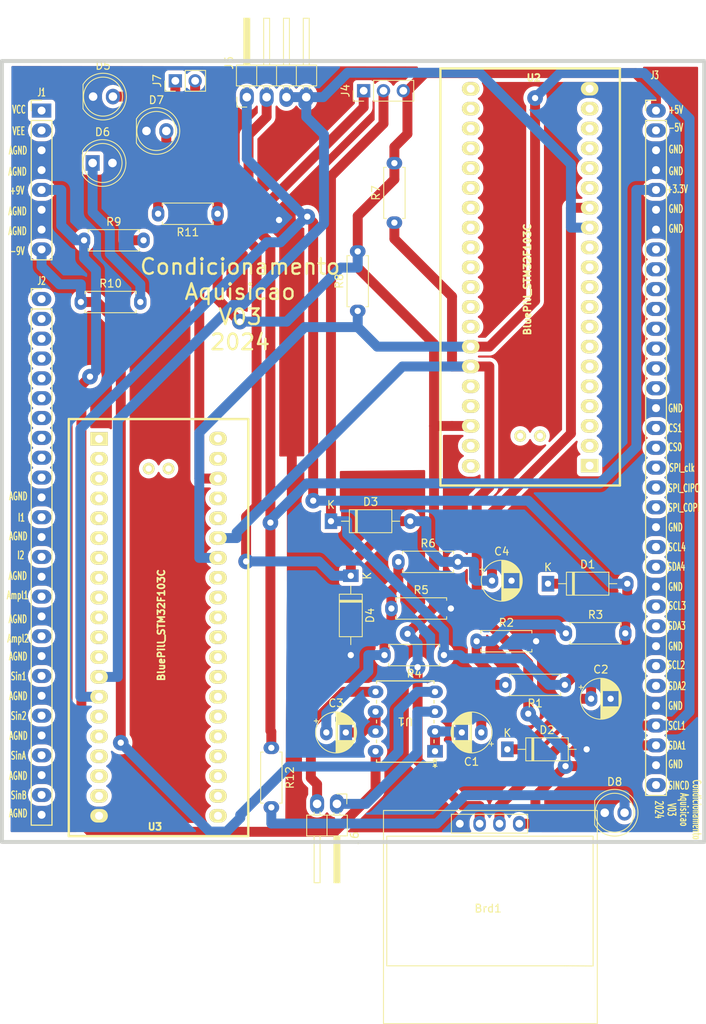
<source format=kicad_pcb>
(kicad_pcb (version 20221018) (generator pcbnew)
  (title_block (title "Condicionamento e aquisicao 2 canais ") (date "2023-04-12") (rev "v03") (company "EITduino") (comment 1 "Autor: Gustavo Pinheiro") (comment 2 "placa face dupla 90x100 mm") (comment 3 "Barramento v04"))
  (layers (0 "F.Cu" signal) (31 "B.Cu" signal) (34 "B.Paste" user) (35 "F.Paste" user) (36 "B.SilkS" user "B.Silkscreen") (37 "F.SilkS" user "F.Silkscreen") (38 "B.Mask" user) (39 "F.Mask" user) (44 "Edge.Cuts" user))
  (net 0 "")
  (net 1 "+9V")
  (net 2 "-9V")
  (net 3 "+5V")
  (net 4 "-5V")
  (net 5 "+3.3V")
  (net 20 "Ampl1")
  (net 21 "Ampl2")
  (net 22 "CS1")
  (net 23 "CS0")
  (net 24 "SCL4")
  (net 25 "SDA4")
  (net 26 "SINCD")
  (net 27 "Net-(J7-Pin_1)")
  (net 31 "Earth")
  (net 33 "I1")
  (net 34 "I2")
  (net 35 "Sin1")
  (net 36 "Sin2")
  (net 37 "SinA")
  (net 38 "SinB")
  (net 39 "SPI_COPI")
  (net 40 "SPI_CIPO")
  (net 41 "SPI_clk")
  (net 42 "SCL3")
  (net 43 "SDA3")
  (net 44 "SCL2")
  (net 45 "SDA2")
  (net 46 "SCL1")
  (net 47 "SDA1")
  (net 48 "nó1")
  (net 49 "nó2")
  (net 50 "Amp_E1")
  (net 51 "nó3")
  (net 52 "nó4")
  (net 53 "Amp_E2")
  (net 54 "Vref")
  (net 55 "VCC")
  (net 56 "VEE")
  (net 57 "AmpI1")
  (net 58 "E1")
  (net 59 "E2")
  (net 132 "Net-(D5-A)")
  (net 133 "Net-(D6-K)")
  (net 134 "Net-(D7-A)")
  (net 135 "Net-(D8-A)")
  (footprint "Capacitor_THT:CP_Radial_D5.0mm_P2.50mm" (layer "F.Cu") (at 148.647 121.019)
    (fp_text reference "C3")
    (fp_text value "1 uF")
  )
  (footprint "Connector_PinHeader_2.54mm:PinHeader_1x08_P2.54mm_Vertical" (layer "F.Cu") (at 112.158 41.39)
    (fp_text reference "J1")
    (fp_text value "alimentacao analogica" hide)
  )
  (footprint "Resistor_THT:R_Axial_DIN0207_L6.3mm_D2.5mm_P7.62mm_Horizontal" (layer "F.Cu") (at 141.6 122.99 -90)
    (fp_text reference "R12")
    (fp_text value "82")
  )
  (footprint "Resistor_THT:R_Axial_DIN0207_L6.3mm_D2.5mm_P7.62mm_Horizontal" (layer "F.Cu") (at 156.989 105.144)
    (fp_text reference "R5")
    (fp_text value "100k")
  )
  (footprint "Connector_PinHeader_2.54mm:PinHeader_1x02_P2.54mm_Horizontal" (layer "F.Cu") (at 150.004 130.163 -90)
    (fp_text reference "J6")
    (fp_text value "Eletrodos")
  )
  (footprint "LED_THT:LED_D5.0mm" (layer "F.Cu") (at 118.7 48.1)
    (fp_text reference "D6")
    (fp_text value "LED - Red")
  )
  (footprint "Connector_PinHeader_2.54mm:PinHeader_1x02_P2.54mm_Vertical" (layer "F.Cu") (at 129.298 37.58 90)
    (fp_text reference "J7")
    (fp_text value "alimetacao_Master")
  )
  (footprint "Connector_PinHeader_2.54mm:PinHeader_1x03_P2.54mm_Vertical" (layer "F.Cu") (at 153.433 38.85 90)
    (fp_text reference "J4")
    (fp_text value "Vref")
  )
  (footprint "Diode_THT:D_DO-41_SOD81_P10.16mm_Horizontal" (layer "F.Cu") (at 151.782 100.953 -90)
    (fp_text reference "D4")
    (fp_text value "1N5819")
  )
  (footprint "Capacitor_THT:CP_Radial_D5.0mm_P2.50mm" (layer "F.Cu") (at 169.8809 101.588)
    (fp_text reference "C4")
    (fp_text value "470 pF")
  )
  (footprint "OLED:128x64OLED" (layer "F.Cu") (at 169.372 143.303)
    (fp_text reference "Brd1")
    (fp_text value "SSD1306")
  )
  (footprint "Resistor_THT:R_Axial_DIN0207_L6.3mm_D2.5mm_P7.62mm_Horizontal" (layer "F.Cu") (at 179.214 114.923 180)
    (fp_text reference "R1")
    (fp_text value "100k")
  )
  (footprint "Capacitor_THT:CP_Radial_D5.0mm_P2.50mm" (layer "F.Cu") (at 168.506 121.019 180)
    (fp_text reference "C1")
    (fp_text value "1 uF")
  )
  (footprint "BluePill_STM32:BluePill_STM32F103C" (layer "F.Cu") (at 182.389 86.8052 180)
    (fp_text reference "U2")
    (fp_text value "BluePill_STM32F103C")
  )
  (footprint "Diode_THT:D_DO-41_SOD81_P10.16mm_Horizontal" (layer "F.Cu") (at 171.848 123.178)
    (fp_text reference "D2")
    (fp_text value "1N5819")
  )
  (footprint "Resistor_THT:R_Axial_DIN0207_L6.3mm_D2.5mm_P7.62mm_Horizontal" (layer "F.Cu") (at 179.341 108.319)
    (fp_text reference "R3")
    (fp_text value "220")
  )
  (footprint "LED_THT:LED_D5.0mm" (layer "F.Cu") (at 184.325 131.3)
    (fp_text reference "D8")
    (fp_text value "LED - Yelow")
  )
  (footprint "Resistor_THT:R_Axial_DIN0207_L6.3mm_D2.5mm_P7.62mm_Horizontal" (layer "F.Cu") (at 157.878 99.175)
    (fp_text reference "R6")
    (fp_text value "220")
  )
  (footprint "Capacitor_THT:CP_Radial_D5.0mm_P2.50mm" (layer "F.Cu") (at 182.5809 116.701)
    (fp_text reference "C2")
    (fp_text value "470 pF")
  )
  (footprint "AD828:AD828" (layer "F.Cu") (at 162.577 123.432 180)
    (fp_text reference "U1")
    (fp_text value "AD828AN")
  )
  (footprint "Resistor_THT:R_Axial_DIN0207_L6.3mm_D2.5mm_P7.62mm_Horizontal" (layer "F.Cu") (at 152.671 67.044 90)
    (fp_text reference "R8")
    (fp_text value "4k7")
  )
  (footprint "Resistor_THT:R_Axial_DIN0207_L6.3mm_D2.5mm_P7.62mm_Horizontal" (layer "F.Cu") (at 117.19 65.9)
    (fp_text reference "R10")
    (fp_text value "360")
  )
  (footprint "Resistor_THT:R_Axial_DIN0207_L6.3mm_D2.5mm_P7.62mm_Horizontal" (layer "F.Cu") (at 157.37 55.741 90)
    (fp_text reference "R7")
    (fp_text value "4k7")
  )
  (footprint "Resistor_THT:R_Axial_DIN0207_L6.3mm_D2.5mm_P7.62mm_Horizontal" (layer "F.Cu") (at 163.72 111.113 180)
    (fp_text reference "R4")
    (fp_text value "100k")
  )
  (footprint "Resistor_THT:R_Axial_DIN0207_L6.3mm_D2.5mm_P7.62mm_Horizontal" (layer "F.Cu") (at 117.6 58)
    (fp_text reference "R9")
    (fp_text value "390")
  )
  (footprint "Connector_PinHeader_2.54mm:PinHeader_1x35_P2.54mm_Vertical" (layer "F.Cu") (at 190.898 41.39)
    (fp_text reference "J3")
    (fp_text value "comunicacao / sinais digitais" hide)
  )
  (footprint "Resistor_THT:R_Axial_DIN0207_L6.3mm_D2.5mm_P7.62mm_Horizontal" (layer "F.Cu") (at 134.71 54.6 180)
    (fp_text reference "R11")
    (fp_text value "160")
  )
  (footprint "Connector_PinHeader_2.54mm:PinHeader_1x04_P2.54mm_Horizontal" (layer "F.Cu") (at 138.457 39.669 90)
    (fp_text reference "J5")
    (fp_text value "sinais_condicionados")
  )
  (footprint "BluePill_STM32:BluePill_STM32F103C" (layer "F.Cu") (at 119.524 83.4778)
    (fp_text reference "U3")
    (fp_text value "BluePill_STM32F103C")
  )
  (footprint "Resistor_THT:R_Axial_DIN0207_L6.3mm_D2.5mm_P7.62mm_Horizontal" (layer "F.Cu") (at 167.911 109.335)
    (fp_text reference "R2")
    (fp_text value "100k")
  )
  (footprint "Diode_THT:D_DO-41_SOD81_P10.16mm_Horizontal" (layer "F.Cu") (at 177.055 101.969)
    (fp_text reference "D1")
    (fp_text value "1N5819")
  )
  (footprint "LED_THT:LED_D5.0mm" (layer "F.Cu") (at 125.6 44)
    (fp_text reference "D7")
    (fp_text value "LED - Green")
  )
  (footprint "Diode_THT:D_DO-41_SOD81_P10.16mm_Horizontal" (layer "F.Cu") (at 149.242 93.968)
    (fp_text reference "D3")
    (fp_text value "1N5819")
  )
  (footprint "LED_THT:LED_D5.0mm" (layer "F.Cu") (at 118.76 39.6)
    (fp_text reference "D5")
    (fp_text value "LED - Blue")
  )
  (footprint "Connector_PinHeader_2.54mm:PinHeader_1x27_P2.54mm_Vertical" (layer "F.Cu") (at 112.158 65.52)
    (fp_text reference "J2")
    (fp_text value "sinais analogicos" hide)
  )
  (gr_line (start 197.07782 135.0398) (end 107.078 135.0398) (stroke (width 0.5)) (layer "Edge.Cuts"))
  (gr_line (start 197.078 135.04) (end 197.078 35.04) (stroke (width 0.5)) (layer "Edge.Cuts"))
  (gr_line (start 197.078 35.04) (end 107.078 35.04) (stroke (width 0.5)) (layer "Edge.Cuts"))
  (gr_line (start 107.078 35.04) (end 107.078 135.0398) (stroke (width 0.5)) (layer "Edge.Cuts"))
  (gr_text "SinA" (at 108.130955 123.982119) (layer "F.SilkS") (effects (font (size 1 0.6) (thickness 0.15) bold) (justify left)))
  (gr_text "+5V\n" (at 192.433818 41.866258) (layer "F.SilkS") (effects (font (size 1 0.6) (thickness 0.15) bold) (justify left bottom)))
  (gr_text "AGND" (at 107.792418 49.208158) (layer "F.SilkS") (effects (font (size 1 0.6) (thickness 0.15) bold) (justify left)))
  (gr_text "AGND" (at 107.892926 116.362118) (layer "F.SilkS") (effects (font (size 1 0.6) (thickness 0.15) bold) (justify left)))
  (gr_text "GND" (at 192.433818 46.946258) (layer "F.SilkS") (effects (font (size 1 0.6) (thickness 0.15) bold) (justify left bottom)))
  (gr_text "Ampl2" (at 107.668097 108.993588) (layer "F.SilkS") (effects (font (size 1 0.6) (thickness 0.15) bold) (justify left)))
  (gr_text "Sin1" (at 108.130955 113.822119) (layer "F.SilkS") (effects (font (size 1 0.6) (thickness 0.15) bold) (justify left)))
  (gr_text "GND" (at 192.3747 102.372966) (layer "F.SilkS") (effects (font (size 1 0.6) (thickness 0.15) bold) (justify left)))
  (gr_text "SPI_clk\n" (at 194.228 87.132966) (layer "F.SilkS") (effects (font (size 1 0.6) (thickness 0.15) bold)))
  (gr_text "Condicionamento\nAquisicao\nV03\n2024" (at 190.7 130.9 -90) (layer "F.SilkS") (effects (font (size 1 0.6) (thickness 0.15) bold) (justify bottom)))
  (gr_text "I2\n" (at 108.959993 98.91284) (layer "F.SilkS") (effects (font (size 1 0.6) (thickness 0.15) bold) (justify left bottom)))
  (gr_text "SCL4\n" (at 192.3747 97.292966) (layer "F.SilkS") (effects (font (size 1 0.6) (thickness 0.15) bold) (justify left)))
  (gr_text "SPI_CIPO\n" (at 194.478 89.74) (layer "F.SilkS") (effects (font (size 1 0.6) (thickness 0.15) bold)))
  (gr_text "AGND" (at 107.830029 101.55861) (layer "F.SilkS") (effects (font (size 1 0.6) (thickness 0.15) bold) (justify left bottom)))
  (gr_text "Ampl1" (at 107.601953 104.03277) (layer "F.SilkS") (effects (font (size 1 0.6) (thickness 0.15) bold) (justify left bottom)))
  (gr_text "SCL3" (at 192.401306 105.38851) (layer "F.SilkS") (effects (font (size 1 0.6) (thickness 0.15) bold) (justify left bottom)))
  (gr_text "SCL2" (at 192.2747 112.392966) (layer "F.SilkS") (effects (font (size 1 0.6) (thickness 0.15) bold) (justify left)))
  (gr_text "SDA1" (at 192.3747 122.692966) (layer "F.SilkS") (effects (font (size 1 0.6) (thickness 0.15) bold) (justify left)))
  (gr_text "SDA3" (at 192.337509 107.956321) (layer "F.SilkS") (effects (font (size 1 0.6) (thickness 0.15) bold) (justify left bottom)))
  (gr_text "Condicionamento\nAquisicao\nV03\n2024" (at 137.6 72.2) (layer "F.SilkS") (effects (font (size 2 2) (thickness 0.3)) (justify bottom)))
  (gr_text "GND" (at 192.3747 109.992966) (layer "F.SilkS") (effects (font (size 1 0.6) (thickness 0.15) bold) (justify left)))
  (gr_text "AGND" (at 107.886342 131.965608) (layer "F.SilkS") (effects (font (size 1 0.6) (thickness 0.15) bold) (justify left bottom)))
  (gr_text "AGND" (at 107.833457 106.513179) (layer "F.SilkS") (effects (font (size 1 0.6) (thickness 0.15) bold) (justify left)))
  (gr_text "CS1" (at 192.3747 82.052966) (layer "F.SilkS") (effects (font (size 1 0.6) (thickness 0.15) bold) (justify left)))
  (gr_text "-5V" (at 192.433818 44.152258) (layer "F.SilkS") (effects (font (size 1 0.6) (thickness 0.15) bold) (justify left bottom)))
  (gr_text "Sin2\n" (at 108.130955 118.902119) (layer "F.SilkS") (effects (font (size 1 0.6) (thickness 0.15) bold) (justify left)))
  (gr_text "AGND" (at 107.893048 91.359197) (layer "F.SilkS") (effects (font (size 1 0.6) (thickness 0.15) bold) (justify left bottom)))
  (gr_text "SDA4\n" (at 192.2747 99.792966) (layer "F.SilkS") (effects (font (size 1 0.6) (thickness 0.15) bold) (justify left)))
  (gr_text "GND" (at 192.3747 94.752966) (layer "F.SilkS") (effects (font (size 1 0.6) (thickness 0.15) bold) (justify left)))
  (gr_text "GND" (at 192.433818 54.566258) (layer "F.SilkS") (effects (font (size 1 0.6) (thickness 0.15) bold) (justify left bottom)))
  (gr_text "AGND" (at 107.792418 54.288158) (layer "F.SilkS") (effects (font (size 1 0.6) (thickness 0.15) bold) (justify left)))
  (gr_text "SPI_COPI\n" (at 194.478 92.24) (layer "F.SilkS") (effects (font (size 1 0.6) (thickness 0.15) bold)))
  (gr_text "SINCD" (at 192.37097 127.814095) (layer "F.SilkS") (effects (font (size 1 0.6) (thickness 0.15) bold) (justify left)))
  (gr_text "AGND" (at 107.886342 126.574851) (layer "F.SilkS") (effects (font (size 1 0.6) (thickness 0.15) bold) (justify left)))
  (gr_text "CS0" (at 192.3747 84.49) (layer "F.SilkS") (effects (font (size 1 0.6) (thickness 0.15) bold) (justify left)))
  (gr_text "VCC" (at 108.300418 41.842158) (layer "F.SilkS") (effects (font (size 1 0.6) (thickness 0.15) bold) (justify left bottom)))
  (gr_text "GND" (at 192.433818 49.740258) (layer "F.SilkS") (effects (font (size 1 0.6) (thickness 0.15) bold) (justify left bottom)))
  (gr_text "AGND" (at 107.792418 56.828158) (layer "F.SilkS") (effects (font (size 1 0.6) (thickness 0.15) bold) (justify left)))
  (gr_text "VEE\n" (at 108.333208 44.018606) (layer "F.SilkS") (effects (font (size 1 0.6) (thickness 0.15) bold) (justify left)))
  (gr_text "GND" (at 192.3747 79.512966) (layer "F.SilkS") (effects (font (size 1 0.6) (thickness 0.15) bold) (justify left)))
  (gr_text "SDA2" (at 192.3747 115.072966) (layer "F.SilkS") (effects (font (size 1 0.6) (thickness 0.15) bold) (justify left)))
  (gr_text "+9V\n" (at 108.00814 51.619378) (layer "F.SilkS") (effects (font (size 1 0.6) (thickness 0.15) bold) (justify left)))
  (gr_text "AGND" (at 107.879941 111.282119) (layer "F.SilkS") (effects (font (size 1 0.6) (thickness 0.15) bold) (justify left)))
  (gr_text "-9V" (at 108.046418 59.368158) (layer "F.SilkS") (effects (font (size 1 0.6) (thickness 0.15) bold) (justify left)))
  (gr_text "SCL1\n" (at 192.3747 120.152966) (layer "F.SilkS") (effects (font (size 1 0.6) (thickness 0.15) bold) (justify left)))
  (gr_text "SinB" (at 108.130955 129.062119) (layer "F.SilkS") (effects (font (size 1 0.6) (thickness 0.15) bold) (justify left)))
  (gr_text "AGND" (at 107.919415 121.448672) (layer "F.SilkS") (effects (font (size 1 0.6) (thickness 0.15) bold) (justify left)))
  (gr_text "GND" (at 192.433818 57.106258) (layer "F.SilkS") (effects (font (size 1 0.6) (thickness 0.15) bold) (justify left bottom)))
  (gr_text "I1" (at 109.043958 93.502271) (layer "F.SilkS") (effects (font (size 1 0.6) (thickness 0.15) bold) (justify left)))
  (gr_text "AGND" (at 107.851918 46.506501) (layer "F.SilkS") (effects (font (size 1 0.6) (thickness 0.15) bold) (justify left)))
  (gr_text "+3.3V" (at 192.179818 52.026258) (layer "F.SilkS") (effects (font (size 1 0.6) (thickness 0.15) bold) (justify left bottom)))
  (gr_text "GND" (at 192.3747 117.612966) (layer "F.SilkS") (effects (font (size 1 0.6) (thickness 0.15) bold) (justify left)))
  (gr_text "GND" (at 192.3858 125.675253) (layer "F.SilkS") (effects (font (size 1 0.6) (thickness 0.15) bold) (justify left bottom)))
  (gr_text "AGND" (at 107.893048 96.478762) (layer "F.SilkS") (effects (font (size 1 0.6) (thickness 0.15) bold) (justify left bottom)))
  (segment (start 154.957 128.4868) (end 154.957 123.432) (width 1.27) (layer "F.Cu") (net 1))
  (segment (start 118.3619 75.4589) (end 117.2618 76.559) (width 1.27) (layer "F.Cu") (net 1))
  (segment (start 117.2618 132.5859) (end 118.4133 133.7374) (width 1.27) (layer "F.Cu") (net 1))
  (segment (start 118.4133 133.7374) (end 149.7064 133.7374) (width 1.27) (layer "F.Cu") (net 1))
  (segment (start 149.7064 133.7374) (end 154.957 128.4868) (width 1.27) (layer "F.Cu") (net 1))
  (segment (start 117.2618 76.559) (end 117.2618 132.5859) (width 1.27) (layer "F.Cu") (net 1))
  (via (at 118.3619 75.4589) (size 2) (drill 0.8) (layers "F.Cu" "B.Cu") (net 1))
  (segment (start 119.1379 74.6829) (end 118.3619 75.4589) (width 1.27) (layer "B.Cu") (net 1))
  (segment (start 117.6 60.27) (end 119.1379 61.8079) (width 1.27) (layer "B.Cu") (net 1))
  (segment (start 117.0825 58) (end 117.6 58) (width 1.27) (layer "B.Cu") (net 1))
  (segment (start 112.158 51.55) (end 114.678 51.55) (width 1.27) (layer "B.Cu") (net 1))
  (segment (start 114.678 51.55) (end 114.678 56.113) (width 1.27) (layer "B.Cu") (net 1))
  (segment (start 114.678 56.113) (end 116.565 58) (width 1.27) (layer "B.Cu") (net 1))
  (segment (start 117.6 58) (end 117.6 60.27) (width 1.27) (layer "B.Cu") (net 1))
  (segment (start 119.1379 61.8079) (end 119.1379 74.6829) (width 1.27) (layer "B.Cu") (net 1))
  (segment (start 117.0825 58) (end 116.565 58) (width 1.27) (layer "B.Cu") (net 1))
  (segment (start 122.3046 68.9446) (end 122.3046 122.3317) (width 1.27) (layer "F.Cu") (net 2))
  (segment (start 117.19 65.9) (end 119.26 65.9) (width 1.27) (layer "F.Cu") (net 2))
  (segment (start 119.26 65.9) (end 122.3046 68.9446) (width 1.27) (layer "F.Cu") (net 2))
  (via (at 122.3046 122.3317) (size 2) (drill 0.8) (layers "F.Cu" "B.Cu") (net 2))
  (segment (start 114.448 63.63) (end 112.158 61.34) (width 1.27) (layer "B.Cu") (net 2))
  (segment (start 112.158 59.17) (end 112.158 61.34) (width 1.27) (layer "B.Cu") (net 2))
  (segment (start 117.19 65.9) (end 117.19 63.63) (width 1.27) (layer "B.Cu") (net 2))
  (segment (start 155.985 125.3803) (end 143.8132 125.3803) (width 1.27) (layer "B.Cu") (net 2))
  (segment (start 133.6829 133.71) (end 122.3046 122.3317) (width 1.27) (layer "B.Cu") (net 2))
  (segment (start 137.6185 131.575) (end 137.6185 131.9603) (width 1.27) (layer "B.Cu") (net 2))
  (segment (start 162.577 115.812) (end 160.307 115.812) (width 1.27) (layer "B.Cu") (net 2))
  (segment (start 135.8688 133.71) (end 133.6829 133.71) (width 1.27) (layer "B.Cu") (net 2))
  (segment (start 143.8132 125.3803) (end 137.6185 131.575) (width 1.27) (layer "B.Cu") (net 2))
  (segment (start 157.8916 118.2274) (end 157.8916 123.4737) (width 1.27) (layer "B.Cu") (net 2))
  (segment (start 137.6185 131.9603) (end 135.8688 133.71) (width 1.27) (layer "B.Cu") (net 2))
  (segment (start 157.8916 123.4737) (end 155.985 125.3803) (width 1.27) (layer "B.Cu") (net 2))
  (segment (start 160.307 115.812) (end 157.8916 118.2274) (width 1.27) (layer "B.Cu") (net 2))
  (segment (start 117.19 63.63) (end 114.448 63.63) (width 1.27) (layer "B.Cu") (net 2))
  (segment (start 161.3055 36.5875) (end 159.043 38.85) (width 1.27) (layer "F.Cu") (net 3))
  (segment (start 134.71 53.465) (end 134.71 54.6) (width 1.27) (layer "F.Cu") (net 3))
  (segment (start 162.45 104.9952) (end 159.0602 108.385) (width 1.27) (layer "F.Cu") (net 3))
  (segment (start 162.45 81.776) (end 162.45 104.9952) (width 1.27) (layer "F.Cu") (net 3))
  (segment (start 162.45 81.776) (end 164.754 81.776) (width 1.27) (layer "F.Cu") (net 3))
  (segment (start 159.043 38.85) (end 159.043 44.378) (width 1.27) (layer "F.Cu") (net 3))
  (segment (start 159.043 44.378) (end 157.37 46.051) (width 1.27) (layer "F.Cu") (net 3))
  (segment (start 190.898 41.39) (end 190.898 39.22) (width 1.27) (layer "F.Cu") (net 3))
  (segment (start 157.37 48.121) (end 157.37 50.191) (width 1.27) (layer "F.Cu") (net 3))
  (segment (start 152.671 54.89) (end 157.37 50.191) (width 1.27) (layer "F.Cu") (net 3))
  (segment (start 134.71 65.5514) (end 137.5704 68.4118) (width 1.27) (layer "F.Cu") (net 3))
  (segment (start 158.513 38.85) (end 159.043 38.85) (width 1.27) (layer "F.Cu") (net 3))
  (segment (start 168.292 132.703) (end 168.292 130.433) (width 1.27) (layer "F.Cu") (net 3))
  (segment (start 131.838 37.58) (end 131.838 39.7) (width 1.27) (layer "F.Cu") (net 3))
  (segment (start 152.671 61.494) (end 162.45 71.273) (width 1.27) (layer "F.Cu") (net 3))
  (segment (start 134.71 42.572) (end 131.838 39.7) (width 1.27) (layer "F.Cu") (net 3))
  (segment (start 160.3454 112.6589) (end 160.3454 124.6108) (width 1.27) (layer "F.Cu") (net 3))
  (segment (start 190.898 39.22) (end 188.2655 36.5875) (width 1.27) (layer "F.Cu") (net 3))
  (segment (start 152.671 59.424) (end 152.671 61.494) (width 1.27) (layer "F.Cu") (net 3))
  (segment (start 160.3454 124.6108) (end 166.1676 130.433) (width 1.27) (layer "F.Cu") (net 3))
  (segment (start 162.45 71.273) (end 162.45 81.776) (width 1.27) (layer "F.Cu") (net 3))
  (segment (start 157.37 48.121) (end 157.37 46.051) (width 1.27) (layer "F.Cu") (net 3))
  (segment (start 167.149 81.776) (end 164.754 81.776) (width 1.27) (layer "F.Cu") (net 3))
  (segment (start 188.2655 36.5875) (end 161.3055 36.5875) (width 1.27) (layer "F.Cu") (net 3))
  (segment (start 152.671 59.424) (end 152.671 54.89) (width 1.27) (layer "F.Cu") (net 3))
  (segment (start 134.71 54.6) (end 134.71 65.5514) (width 1.27) (layer "F.Cu") (net 3))
  (segment (start 134.71 53.465) (end 134.71 52.33) (width 1.27) (layer "F.Cu") (net 3))
  (segment (start 134.71 52.33) (end 134.71 42.572) (width 1.27) (layer "F.Cu") (net 3))
  (segment (start 166.1676 130.433) (end 168.292 130.433) (width 1.27) (layer "F.Cu") (net 3))
  (via (at 159.0602 108.385) (size 2) (drill 0.8) (layers "F.Cu" "B.Cu") (net 3))
  (via (at 160.3454 112.6589) (size 2) (drill 0.8) (layers "F.Cu" "B.Cu") (net 3))
  (via (at 137.5704 68.4118) (size 2) (drill 0.8) (layers "F.Cu" "B.Cu") (net 3))
  (segment (start 150.4768 61.494) (end 143.559 68.4118) (width 1.27) (layer "B.Cu") (net 3))
  (segment (start 160.3453 109.6701) (end 159.0602 108.385) (width 1.27) (layer "B.Cu") (net 3))
  (segment (start 152.671 59.424) (end 152.671 61.494) (width 1.27) (layer "B.Cu") (net 3))
  (segment (start 160.3454 112.6589) (end 160.3453 112.6589) (width 1.27) (layer "B.Cu") (net 3))
  (segment (start 160.3453 112.6589) (end 160.3453 109.6701) (width 1.27) (layer "B.Cu") (net 3))
  (segment (start 143.559 68.4118) (end 137.5704 68.4118) (width 1.27) (layer "B.Cu") (net 3))
  (segment (start 152.671 61.494) (end 150.4768 61.494) (width 1.27) (layer "B.Cu") (net 3))
  (segment (start 140.4501 53.9529) (end 140.4501 57.3338) (width 1.27) (layer "F.Cu") (net 5))
  (segment (start 153.433 40.97) (end 140.4501 53.9529) (width 1.27) (layer "F.Cu") (net 5))
  (segment (start 153.433 39.3421) (end 153.433 40.97) (width 1.27) (layer "F.Cu") (net 5))
  (segment (start 141.4809 94.149) (end 141.4809 120.8009) (width 1.27) (layer "F.Cu") (net 5))
  (segment (start 141.4809 120.8009) (end 141.6 120.92) (width 1.27) (layer "F.Cu") (net 5))
  (segment (start 141.6 122.99) (end 141.6 120.92) (width 1.27) (layer "F.Cu") (net 5))
  (segment (start 141.4809 58.3646) (end 141.4809 94.149) (width 1.27) (layer "F.Cu") (net 5))
  (segment (start 153.433 39.3421) (end 153.433 38.85) (width 1.27) (layer "F.Cu") (net 5))
  (segment (start 140.4501 57.3338) (end 141.4809 58.3646) (width 1.27) (layer "F.Cu") (net 5))
  (via (at 141.4809 94.149) (size 2) (drill 0.8) (layers "F.Cu" "B.Cu") (net 5))
  (segment (start 188.378 84.4634) (end 183.7157 89.1257) (width 1.27) (layer "B.Cu") (net 5))
  (segment (start 146.1576 89.1257) (end 141.4809 93.8024) (width 1.27) (layer "B.Cu") (net 5))
  (segment (start 183.7157 89.1257) (end 146.1576 89.1257) (width 1.27) (layer "B.Cu") (net 5))
  (segment (start 190.898 51.55) (end 188.378 51.55) (width 1.27) (layer "B.Cu") (net 5))
  (segment (start 188.378 51.55) (end 188.378 84.4634) (width 1.27) (layer "B.Cu") (net 5))
  (segment (start 141.4809 93.8024) (end 141.4809 94.149) (width 1.27) (layer "B.Cu") (net 5))
  (segment (start 132.369 88.507) (end 132.369 44.381) (width 1.27) (layer "F.Cu") (net 27))
  (segment (start 129.298 41.31) (end 129.298 37.58) (width 1.27) (layer "F.Cu") (net 27))
  (segment (start 134.764 88.507) (end 132.369 88.507) (width 1.27) (layer "F.Cu") (net 27))
  (segment (start 132.369 44.381) (end 129.298 41.31) (width 1.27) (layer "F.Cu") (net 27))
  (segment (start 193.2899 79.49) (end 193.2899 57.7619) (width 1.27) (layer "F.Cu") (net 31))
  (segment (start 112.158 90.92) (end 114.678 90.92) (width 1.27) (layer "F.Cu") (net 31))
  (segment (start 158.2085 113.2521) (end 158.2085 127.2295) (width 1.27) (layer "F.Cu") (net 31))
  (segment (start 116.64 46.47) (end 112.158 46.47) (width 1.27) (layer "F.Cu") (net 31))
  (segment (start 190.898 54.09) (end 190.898 56.26) (width 1.27) (layer "F.Cu") (net 31))
  (segment (start 151.782 111.113) (end 151.782 113.183) (width 1.27) (layer "F.Cu") (net 31))
  (segment (start 190.898 102.35) (end 192.9081 102.35) (width 1.27) (layer "F.Cu") (net 31))
  (segment (start 164.609 105.144) (end 164.609 107.414) (width 1.27) (layer "F.Cu") (net 31))
  (segment (start 119.5369 59.0023) (end 119.5369 56.9977) (width 1.27) (layer "F.Cu") (net 31))
  (segment (start 158.2085 111.7738) (end 158.2085 113.2521) (width 1.27) (layer "F.Cu") (net 31))
  (segment (start 164.609 107.414) (end 164.0047 107.414) (width 1.27) (layer "F.Cu") (net 31))
  (segment (start 144.2228 57.037) (end 144.2228 101.4838) (width 1.27) (layer "F.Cu") (net 31))
  (segment (start 193.2899 94.7235) (end 193.2834 94.73) (width 1.27) (layer "F.Cu") (net 31))
  (segment (start 192.9081 79.49) (end 193.2899 79.49) (width 1.27) (layer "F.Cu") (net 31))
  (segment (start 118.76 39.6) (end 118.76 41.87) (width 1.27) (layer "F.Cu") (net 31))
  (segment (start 112.158 46.47) (end 112.158 46.84) (width 1.27) (layer "F.Cu") (net 31))
  (segment (start 112.158 54.09) (end 112.158 56.26) (width 1.27) (layer "F.Cu") (net 31))
  (segment (start 119.5369 56.9977) (end 118.4023 55.8631) (width 1.27) (layer "F.Cu") (net 31))
  (segment (start 118.76 41.87) (end 118.76 44.35) (width 1.27) (layer "F.Cu") (net 31))
  (segment (start 192.158 56.63) (end 191.788 56.26) (width 1.27) (layer "F.Cu") (net 31))
  (segment (start 193.2849 102.35) (end 193.2849 109.8369) (width 1.27) (layer "F.Cu") (net 31))
  (segment (start 191.788 56.26) (end 190.898 56.26) (width 1.27) (layer "F.Cu") (net 31))
  (segment (start 151.782 113.183) (end 151.8511 113.2521) (width 1.27) (layer "F.Cu") (net 31))
  (segment (start 193.2834 94.73) (end 192.9081 94.73) (width 1.27) (layer "F.Cu") (net 31))
  (segment (start 112.158 56.63) (end 112.158 56.26) (width 1.27) (layer "F.Cu") (net 31))
  (segment (start 121.24 48.1) (end 121.24 45.83) (width 1.27) (layer "F.Cu") (net 31))
  (segment (start 190.898 56.63) (end 192.158 56.63) (width 1.27) (layer "F.Cu") (net 31))
  (segment (start 121.24 53.0254) (end 121.24 48.1) (width 1.27) (layer "F.Cu") (net 31))
  (segment (start 144.2228 101.4838) (end 151.782 109.043) (width 1.27) (layer "F.Cu") (net 31))
  (segment (start 184.558 129.03) (end 188.378 125.21) (width 1.27) (layer "F.Cu") (net 31))
  (segment (start 158.2085 127.2295) (end 163.682 132.703) (width 1.27) (layer "F.Cu") (net 31))
  (segment (start 193.2849 109.8369) (end 193.418 109.97) (width 1.27) (layer "F.Cu") (net 31))
  (segment (start 159.4603 110.522) (end 158.2085 111.7738) (width 1.27) (layer "F.Cu") (net 31))
  (segment (start 151.782 111.113) (end 151.782 109.043) (width 1.27) (layer "F.Cu") (net 31))
  (segment (start 160.8967 110.522) (end 159.4603 110.522) (width 1.27) (layer "F.Cu") (net 31))
  (segment (start 118.76 44.35) (end 120.24 45.83) (width 1.27) (layer "F.Cu") (net 31))
  (segment (start 114.678 63.8612) (end 119.5369 59.0023) (width 1.27) (layer "F.Cu") (net 31))
  (segment (start 184.325 131.3) (end 184.325 129.03) (width 1.27) (layer "F.Cu") (net 31))
  (segment (start 190.898 109.97) (end 193.418 109.97) (width 1.27) (layer "F.Cu") (net 31))
  (segment (start 190.898 79.49) (end 192.9081 79.49) (width 1.27) (layer "F.Cu") (net 31))
  (segment (start 193.2899 79.49) (end 193.2899 94.7235) (width 1.27) (layer "F.Cu") (net 31))
  (segment (start 115.4449 55.8631) (end 114.678 56.63) (width 1.27) (layer "F.Cu") (net 31))
  (segment (start 114.678 90.92) (end 114.678 63.8612) (width 1.27) (layer "F.Cu") (net 31))
  (segment (start 165.752 132.703) (end 163.682 132.703) (width 1.27) (layer "F.Cu") (net 31))
  (segment (start 118.76 44.35) (end 116.64 46.47) (width 1.27) (layer "F.Cu") (net 31))
  (segment (start 112.158 49.01) (end 112.158 46.84) (width 1.27) (layer "F.Cu") (net 31))
  (segment (start 142.587 55.4012) (end 144.2228 57.037) (width 1.27) (layer "F.Cu") (net 31))
  (segment (start 193.2834 94.73) (end 193.2849 94.7315) (width 1.27) (layer "F.Cu") (net 31))
  (segment (start 190.898 94.73) (end 192.9081 94.73) (width 1.27) (layer "F.Cu") (net 31))
  (segment (start 192.9081 102.35) (end 193.2849 102.35) (width 1.27) (layer "F.Cu") (net 31))
  (segment (start 184.325 129.03) (end 184.558 129.03) (width 1.27) (layer "F.Cu") (net 31))
  (segment (start 118.4023 55.8631) (end 115.4449 55.8631) (width 1.27) (layer "F.Cu") (net 31))
  (segment (start 164.0047 107.414) (end 160.8967 110.522) (width 1.27) (layer "F.Cu") (net 31))
  (segment (start 112.158 56.63) (end 114.678 56.63) (width 1.27) (layer "F.Cu") (net 31))
  (segment (start 172.3809 101.588) (end 172.3809 103.858) (width 1.27) (layer "F.Cu") (net 31))
  (segment (start 193.2849 94.7315) (end 193.2849 102.35) (width 1.27) (layer "F.Cu") (net 31))
  (segment (start 120.24 45.83) (end 121.24 45.83) (width 1.27) (layer "F.Cu") (net 31))
  (segment (start 175.531 107.0081) (end 175.531 109.335) (width 1.27) (layer "F.Cu") (net 31))
  (segment (start 193.2899 57.7619) (end 192.158 56.63) (width 1.27) (layer "F.Cu") (net 31))
  (segment (start 172.3809 103.858) (end 175.531 107.0081) (width 1.27) (layer "F.Cu") (net 31))
  (segment (start 118.4023 55.8631) (end 121.24 53.0254) (width 1.27) (layer "F.Cu") (net 31))
  (segment (start 190.898 125.21) (end 188.378 125.21) (width 1.27) (layer "F.Cu") (net 31))
  (segment (start 151.8511 113.2521) (end 158.2085 113.2521) (width 1.27) (layer "F.Cu") (net 31))
  (via (at 142.587 55.4012) (size 2) (drill 0.8) (layers "F.Cu" "B.Cu") (net 31))
  (segment (start 112.158 111.24) (end 114.678 111.24) (width 1.27) (layer "B.Cu") (net 31))
  (segment (start 185.0809 116.701) (end 185.0809 115.3908) (width 1.27) (layer "B.Cu") (net 31))
  (segment (start 134.9066 47.7208) (end 142.587 55.4012) (width 1.27) (layer "B.Cu") (net 31))
  (segment (start 190.898 54.09) (end 193.418 54.09) (width 1.27) (layer "B.Cu") (net 31))
  (segment (start 184.9349 115.2448) (end 184.9349 114.431) (width 1.27) (layer "B.Cu") (net 31))
  (segment (start 190.898 46.47) (end 190.898 48.64) (width 1.27) (layer "B.Cu") (net 31))
  (segment (start 193.418 54.09) (end 193.418 50.27) (width 1.27) (layer "B.Cu") (net 31))
  (segment (start 164.609 105.144) (end 171.0949 105.144) (width 1.27) (layer "B.Cu") (net 31))
  (segment (start 193.418 50.27) (end 192.158 49.01) (width 1.27) (layer "B.Cu") (net 31))
  (segment (start 114.678 131.56) (end 117.002 131.56) (width 1.27) (layer "B.Cu") (net 31))
  (segment (start 112.158 96) (end 114.678 96) (width 1.27) (layer "B.Cu") (net 31))
  (segment (start 184.9349 114.431) (end 182.4308 114.431) (width 1.27) (layer "B.Cu") (net 31))
  (segment (start 114.678 116.32) (end 114.678 121.4) (width 1.27) (layer "B.Cu") (net 31))
  (segment (start 172.3809 101.588) (end 172.3809 103.858) (width 1.27) (layer "B.Cu") (net 31))
  (segment (start 188.378 117.59) (end 185.9699 117.59) (width 1.27) (layer "B.Cu") (net 31))
  (segment (start 184.9349 114.431) (end 188.378 110.9879) (width 1.27) (layer "B.Cu") (net 31))
  (segment (start 119.524 131.687) (end 117.129 131.687) (width 1.27) (layer "B.Cu") (net 31))
  (segment (start 184.784 38.596) (end 184.784 42.876) (width 1.27) (layer "B.Cu") (net 31))
  (segment (start 182.008 123.178) (end 182.008 120.908) (width 1.27) (layer "B.Cu") (net 31))
  (segment (start 182.389 38.596) (end 184.784 38.596) (width 1.27) (layer "B.Cu") (net 31))
  (segment (start 190.898 117.59) (end 188.378 117.59) (width 1.27) (layer "B.Cu") (net 31))
  (segment (start 186.11 125.21) (end 184.078 123.178) (width 1.27) (layer "B.Cu") (net 31))
  (segment (start 114.678 126.48) (end 114.678 131.56) (width 1.27) (layer "B.Cu") (net 31))
  (segment (start 112.158 90.92) (end 114.678 90.92) (width 1.27) (layer "B.Cu") (net 31))
  (segment (start 171.0949 105.144) (end 172.3809 103.858) (width 1.27) (layer "B.Cu") (net 31))
  (segment (start 112.158 131.56) (end 114.678 131.56) (width 1.27) (layer "B.Cu") (net 31))
  (segment (start 112.158 106.16) (end 114.678 106.16) (width 1.27) (layer "B.Cu") (net 31))
  (segment (start 112.158 116.32) (end 114.678 116.32) (width 1.27) (layer "B.Cu") (net 31))
  (segment (start 185.648 117.268) (end 185.0809 116.701) (width 1.27) (layer "B.Cu") (net 31))
  (segment (start 117.002 131.56) (end 117.129 131.687) (width 1.27) (layer "B.Cu") (net 31))
  (segment (start 114.678 96) (end 114.678 101.08) (width 1.27) (layer "B.Cu") (net 31))
  (segment (start 185.0809 115.3908) (end 184.9349 115.2448) (width 1.27) (layer "B.Cu") (net 31))
  (segment (start 125.6 47.7208) (end 134.9066 47.7208) (width 1.27) (layer "B.Cu") (net 31))
  (segment (start 112.158 121.4) (end 114.678 121.4) (width 1.27) (layer "B.Cu") (net 31))
  (segment (start 114.678 111.24) (end 114.678 116.32) (width 1.27) (layer "B.Cu") (net 31))
  (segment (start 190.898 109.97) (end 188.378 109.97) (width 1.27) (layer "B.Cu") (net 31))
  (segment (start 114.678 106.16) (end 114.678 111.24) (width 1.27) (layer "B.Cu") (net 31))
  (segment (start 125.2208 48.1) (end 125.6 47.7208) (width 1.27) (layer "B.Cu") (net 31))
  (segment (start 112.158 101.08) (end 114.678 101.08) (width 1.27) (layer "B.Cu") (net 31))
  (segment (start 192.158 49.01) (end 191.788 48.64) (width 1.27) (layer "B.Cu") (net 31))
  (segment (start 184.784 42.876) (end 188.378 46.47) (width 1.27) (layer "B.Cu") (net 31))
  (segment (start 121.24 48.1) (end 125.2208 48.1) (width 1.27) (layer "B.Cu") (net 31))
  (segment (start 177.3348 109.335) (end 175.531 109.335) (width 1.27) (layer "B.Cu") (net 31))
  (segment (start 191.788 48.64) (end 190.898 48.64) (width 1.27) (layer "B.Cu") (net 31))
  (segment (start 190.898 49.01) (end 192.158 49.01) (width 1.27) (layer "B.Cu") (net 31))
  (segment (start 114.678 101.08) (end 114.678 106.16) (width 1.27) (layer "B.Cu") (net 31))
  (segment (start 114.678 121.4) (end 114.678 126.48) (width 1.27) (layer "B.Cu") (net 31))
  (segment (start 114.678 90.92) (end 114.678 96) (width 1.27) (layer "B.Cu") (net 31))
  (segment (start 185.9699 117.59) (end 185.648 117.268) (width 1.27) (layer "B.Cu") (net 31))
  (segment (start 182.4308 114.431) (end 177.3348 109.335) (width 1.27) (layer "B.Cu") (net 31))
  (segment (start 188.378 110.9879) (end 188.378 109.97) (width 1.27) (layer "B.Cu") (net 31))
  (segment (start 112.158 126.48) (end 114.678 126.48) (width 1.27) (layer "B.Cu") (net 31))
  (segment (start 182.008 123.178) (end 184.078 123.178) (width 1.27) (layer "B.Cu") (net 31))
  (segment (start 185.648 117.268) (end 182.008 120.908) (width 1.27) (layer "B.Cu") (net 31))
  (segment (start 190.898 125.21) (end 186.11 125.21) (width 1.27) (layer "B.Cu") (net 31))
  (segment (start 190.898 46.47) (end 188.378 46.47) (width 1.27) (layer "B.Cu") (net 31))
  (segment (start 125.6 47.7208) (end 125.6 44) (width 1.27) (layer "B.Cu") (net 31))
  (segment (start 175.3993 65.7607) (end 169.544 71.616) (width 1.27) (layer "F.Cu") (net 46))
  (segment (start 175.3993 39.7835) (end 175.3993 65.7607) (width 1.27) (layer "F.Cu") (net 46))
  (segment (start 181.135 120.13) (end 170.832 130.433) (width 1.27) (layer "F.Cu") (net 46))
  (segment (start 190.898 120.13) (end 181.135 120.13) (width 1.27) (layer "F.Cu") (net 46))
  (segment (start 170.832 132.703) (end 170.832 130.433) (width 1.27) (layer "F.Cu") (net 46))
  (segment (start 167.149 71.616) (end 169.544 71.616) (width 1.27) (layer "F.Cu") (net 46))
  (via (at 175.3993 39.7835) (size 2) (drill 0.8) (layers "F.Cu" "B.Cu") (net 46))
  (segment (start 190.898 120.13) (end 193.418 120.13) (width 1.27) (layer "B.Cu") (net 46))
  (segment (start 195.1899 118.3581) (end 195.1899 42.42) (width 1.27) (layer "B.Cu") (net 46))
  (segment (start 132.369 82.6153) (end 145.8703 69.114) (width 1.27) (layer "B.Cu") (net 46))
  (segment (start 189.3514 36.5815) (end 178.6013 36.5815) (width 1.27) (layer "B.Cu") (net 46))
  (segment (start 195.1899 42.42) (end 189.3514 36.5815) (width 1.27) (layer "B.Cu") (net 46))
  (segment (start 155.173 71.616) (end 152.671 69.114) (width 1.27) (layer "B.Cu") (net 46))
  (segment (start 132.369 98.667) (end 132.369 82.6153) (width 1.27) (layer "B.Cu") (net 46))
  (segment (start 145.8703 69.114) (end 152.671 69.114) (width 1.27) (layer "B.Cu") (net 46))
  (segment (start 134.764 98.667) (end 132.369 98.667) (width 1.27) (layer "B.Cu") (net 46))
  (segment (start 178.6013 36.5815) (end 175.3993 39.7835) (width 1.27) (layer "B.Cu") (net 46))
  (segment (start 167.149 71.616) (end 155.173 71.616) (width 1.27) (layer "B.Cu") (net 46))
  (segment (start 152.671 67.044) (end 152.671 69.114) (width 1.27) (layer "B.Cu") (net 46))
  (segment (start 193.418 120.13) (end 195.1899 118.3581) (width 1.27) (layer "B.Cu") (net 46))
  (segment (start 169.544 89.5826) (end 169.544 74.156) (width 1.27) (layer "F.Cu") (net 47))
  (segment (start 167.9177 105.5156) (end 167.9177 91.2089) (width 1.27) (layer "F.Cu") (net 47))
  (segment (start 167.9177 91.2089) (end 169.544 89.5826) (width 1.27) (layer "F.Cu") (net 47))
  (segment (start 164.754 65.195) (end 157.37 57.811) (width 1.27) (layer "F.Cu") (net 47))
  (segment (start 174.5214 118.6202) (end 174.5214 112.1193) (width 1.27) (layer "F.Cu") (net 47))
  (segment (start 167.149 74.156) (end 164.754 74.156) (width 1.27) (layer "F.Cu") (net 47))
  (segment (start 179.3005 125.3302) (end 175.442 129.1887) (width 1.27) (layer "F.Cu") (net 47))
  (segment (start 188.378 122.67) (end 185.7178 125.3302) (width 1.27) (layer "F.Cu") (net 47))
  (segment (start 190.898 122.67) (end 188.378 122.67) (width 1.27) (layer "F.Cu") (net 47))
  (segment (start 157.37 55.741) (end 157.37 57.811) (width 1.27) (layer "F.Cu") (net 47))
  (segment (start 164.754 74.156) (end 164.754 65.195) (width 1.27) (layer "F.Cu") (net 47))
  (segment (start 167.149 74.156) (end 169.544 74.156) (width 1.27) (layer "F.Cu") (net 47))
  (segment (start 185.7178 125.3302) (end 179.3005 125.3302) (width 1.27) (layer "F.Cu") (net 47))
  (segment (start 173.372 132.703) (end 175.442 132.703) (width 1.27) (layer "F.Cu") (net 47))
  (segment (start 174.5214 112.1193) (end 167.9177 105.5156) (width 1.27) (layer "F.Cu") (net 47))
  (segment (start 175.442 129.1887) (end 175.442 132.703) (width 1.27) (layer "F.Cu") (net 47))
  (via (at 179.3005 125.3302) (size 2) (drill 0.8) (layers "F.Cu" "B.Cu") (net 47))
  (via (at 174.5214 118.6202) (size 2) (drill 0.8) (layers "F.Cu" "B.Cu") (net 47))
  (segment (start 134.764 96.127) (end 137.159 96.127) (width 1.27) (layer "B.Cu") (net 47))
  (segment (start 137.159 95.4019) (end 137.159 96.127) (width 1.27) (layer "B.Cu") (net 47))
  (segment (start 167.149 74.156) (end 164.754 74.156) (width 1.27) (layer "B.Cu") (net 47))
  (segment (start 164.754 74.156) (end 158.4049 74.156) (width 1.27) (layer "B.Cu") (net 47))
  (segment (start 179.3005 123.3993) (end 179.3005 125.3302) (width 1.27) (layer "B.Cu") (net 47))
  (segment (start 158.4049 74.156) (end 137.159 95.4019) (width 1.27) (layer "B.Cu") (net 47))
  (segment (start 174.5214 118.6202) (end 179.3005 123.3993) (width 1.27) (layer "B.Cu") (net 47))
  (segment (start 162.577 120.892) (end 162.577 123.432) (width 1.27) (layer "F.Cu") (net 48))
  (segment (start 164.974 121.019) (end 166.006 121.019) (width 1.27) (layer "B.Cu") (net 48))
  (segment (start 164.847 120.892) (end 164.974 121.019) (width 1.27) (layer "B.Cu") (net 48))
  (segment (start 162.577 120.892) (end 164.847 120.892) (width 1.27) (layer "B.Cu") (net 48))
  (segment (start 168.506 116.3296) (end 168.506 121.019) (width 1.27) (layer "F.Cu") (net 49))
  (segment (start 169.9126 114.923) (end 168.506 116.3296) (width 1.27) (layer "F.Cu") (net 49))
  (segment (start 170.161 114.923) (end 169.9126 114.923) (width 1.27) (layer "F.Cu") (net 49))
  (segment (start 171.594 114.923) (end 170.161 114.923) (width 1.27) (layer "F.Cu") (net 49))
  (segment (start 169.9126 114.923) (end 169.524 114.923) (width 1.27) (layer "F.Cu") (net 49))
  (segment (start 169.524 113.218) (end 169.524 114.923) (width 1.27) (layer "F.Cu") (net 49))
  (segment (start 167.911 111.605) (end 169.524 113.218) (width 1.27) (layer "F.Cu") (net 49))
  (segment (start 167.911 109.335) (end 167.911 111.605) (width 1.27) (layer "F.Cu") (net 49))
  (segment (start 167.911 109.335) (end 169.981 109.335) (width 1.27) (layer "B.Cu") (net 49))
  (segment (start 172.1211 107.1949) (end 169.981 109.335) (width 1.27) (layer "B.Cu") (net 49))
  (segment (start 179.341 108.319) (end 178.2169 107.1949) (width 1.27) (layer "B.Cu") (net 49))
  (segment (start 178.2169 107.1949) (end 172.1211 107.1949) (width 1.27) (layer "B.Cu") (net 49))
  (segment (start 182.5809 116.701) (end 182.5809 114.431) (width 1.27) (layer "F.Cu") (net 50))
  (segment (start 186.961 108.319) (end 186.961 110.589) (width 1.27) (layer "F.Cu") (net 50))
  (segment (start 187.215 101.969) (end 187.215 104.239) (width 1.27) (layer "F.Cu") (net 50))
  (segment (start 174.0339 123.178) (end 171.848 123.178) (width 1.27) (layer "F.Cu") (net 50))
  (segment (start 186.961 104.493) (end 186.961 108.319) (width 1.27) (layer "F.Cu") (net 50))
  (segment (start 146.9647 91.3407) (end 146.9647 55.7265) (width 1.27) (layer "F.Cu") (net 50))
  (segment (start 183.119 114.431) (end 182.5809 114.431) (width 1.27) (layer "F.Cu") (net 50))
  (segment (start 186.961 110.589) (end 183.119 114.431) (width 1.27) (layer "F.Cu") (net 50))
  (segment (start 180.5109 116.701) (end 174.0339 123.178) (width 1.27) (layer "F.Cu") (net 50))
  (segment (start 187.215 104.239) (end 186.961 104.493) (width 1.27) (layer "F.Cu") (net 50))
  (segment (start 182.5809 116.701) (end 180.5109 116.701) (width 1.27) (layer "F.Cu") (net 50))
  (segment (start 146.9647 55.7265) (end 146.2117 54.9735) (width 1.27) (layer "F.Cu") (net 50))
  (via (at 146.9647 91.3407) (size 2) (drill 0.8) (layers "F.Cu" "B.Cu") (net 50))
  (via (at 146.2117 54.9735) (size 2) (drill 0.8) (layers "F.Cu" "B.Cu") (net 50))
  (segment (start 119.524 116.447) (end 117.129 116.447) (width 1.27) (layer "B.Cu") (net 50))
  (segment (start 145.9522 55.0664) (end 138.457 47.5712) (width 1.27) (layer "B.Cu") (net 50))
  (segment (start 145.9522 55.0664) (end 146.1188 55.0664) (width 1.27) (layer "B.Cu") (net 50))
  (segment (start 117.129 116.447) (end 117.129 82.1486) (width 1.27) (layer "B.Cu") (net 50))
  (segment (start 142.7662 58.2524) (end 145.9522 55.0664) (width 1.27) (layer "B.Cu") (net 50))
  (segment (start 138.457 47.5712) (end 138.457 39.669) (width 1.27) (layer "B.Cu") (net 50))
  (segment (start 117.129 82.1486) (end 141.0252 58.2524) (width 1.27) (layer "B.Cu") (net 50))
  (segment (start 141.0252 58.2524) (end 142.7662 58.2524) (width 1.27) (layer "B.Cu") (net 50))
  (segment (start 146.9647 91.3407) (end 174.5167 91.3407) (width 1.27) (layer "B.Cu") (net 50))
  (segment (start 146.1188 55.0664) (end 146.2117 54.9735) (width 1.27) (layer "B.Cu") (net 50))
  (segment (start 174.5167 91.3407) (end 185.145 101.969) (width 1.27) (layer "B.Cu") (net 50))
  (segment (start 187.215 101.969) (end 185.145 101.969) (width 1.27) (layer "B.Cu") (net 50))
  (segment (start 154.957 119.387) (end 154.957 120.422) (width 1.27) (layer "F.Cu") (net 51))
  (segment (start 154.957 118.352) (end 154.957 119.387) (width 1.27) (layer "F.Cu") (net 51))
  (segment (start 154.957 120.892) (end 154.957 120.422) (width 1.27) (layer "F.Cu") (net 51))
  (segment (start 151.147 121.019) (end 153.217 121.019) (width 1.27) (layer "F.Cu") (net 51))
  (segment (start 154.957 119.387) (end 154.849 119.387) (width 1.27) (layer "F.Cu") (net 51))
  (segment (start 154.849 119.387) (end 153.217 121.019) (width 1.27) (layer "F.Cu") (net 51))
  (segment (start 157.878 101.985) (end 156.989 102.874) (width 1.27) (layer "F.Cu") (net 52))
  (segment (start 157.878 99.175) (end 157.878 101.985) (width 1.27) (layer "F.Cu") (net 52))
  (segment (start 156.1 111.113) (end 156.1 108.843) (width 1.27) (layer "F.Cu") (net 52))
  (segment (start 156.989 107.414) (end 156.1 108.303) (width 1.27) (layer "F.Cu") (net 52))
  (segment (start 156.989 105.144) (end 156.989 102.874) (width 1.27) (layer "F.Cu") (net 52))
  (segment (start 156.1 108.303) (end 156.1 108.843) (width 1.27) (layer "F.Cu") (net 52))
  (segment (start 156.989 105.144) (end 156.989 107.414) (width 1.27) (layer "F.Cu") (net 52))
  (segment (start 148.647 118.566) (end 148.647 121.019) (width 1.27) (layer "B.Cu") (net 52))
  (segment (start 156.1 111.113) (end 154.03 111.113) (width 1.27) (layer "B.Cu") (net 52))
  (segment (start 154.03 111.113) (end 154.03 113.183) (width 1.27) (layer "B.Cu") (net 52))
  (segment (start 154.03 113.183) (end 148.647 118.566) (width 1.27) (layer "B.Cu") (net 52))
  (segment (start 159.402 93.968) (end 157.332 93.968) (width 1.27) (layer "F.Cu") (net 53))
  (segment (start 152.417 98.883) (end 157.332 93.968) (width 1.27) (layer "F.Cu") (net 53))
  (segment (start 182.389 53.836) (end 179.994 53.836) (width 1.27) (layer "F.Cu") (net 53))
  (segment (start 151.782 98.883) (end 152.417 98.883) (width 1.27) (layer "F.Cu") (net 53))
  (segment (start 138.6782 44.5078) (end 138.6782 58.0677) (width 1.27) (layer "F.Cu") (net 53))
  (segment (start 169.8809 101.588) (end 169.8809 92.8538) (width 1.27) (layer "F.Cu") (net 53))
  (segment (start 138.3675 93.3951) (end 138.3675 99.116) (width 1.27) (layer "F.Cu") (net 53))
  (segment (start 139.709 92.0536) (end 138.3675 93.3951) (width 1.27) (layer "F.Cu") (net 53))
  (segment (start 140.997 39.669) (end 140.997 42.189) (width 1.27) (layer "F.Cu") (net 53))
  (segment (start 169.8809 92.8538) (end 179.994 82.7407) (width 1.27) (layer "F.Cu") (net 53))
  (segment (start 139.709 59.0985) (end 139.709 92.0536) (width 1.27) (layer "F.Cu") (net 53))
  (segment (start 138.6782 58.0677) (end 139.709 59.0985) (width 1.27) (layer "F.Cu") (net 53))
  (segment (start 140.997 42.189) (end 138.6782 44.5078) (width 1.27) (layer "F.Cu") (net 53))
  (segment (start 179.994 82.7407) (end 179.994 53.836) (width 1.27) (layer "F.Cu") (net 53))
  (segment (start 151.782 100.953) (end 151.782 98.883) (width 1.27) (layer "F.Cu") (net 53))
  (via (at 138.3675 99.116) (size 2) (drill 0.8) (layers "F.Cu" "B.Cu") (net 53))
  (segment (start 165.498 99.175) (end 163.428 99.175) (width 1.27) (layer "B.Cu") (net 53))
  (segment (start 167.568 99.175) (end 167.568 101.3451) (width 1.27) (layer "B.Cu") (net 53))
  (segment (start 161.472 93.968) (end 161.472 97.219) (width 1.27) (layer "B.Cu") (net 53))
  (segment (start 169.8809 101.588) (end 167.8109 101.588) (width 1.27) (layer "B.Cu") (net 53))
  (segment (start 138.3675 99.116) (end 147.675 99.116) (width 1.27) (layer "B.Cu") (net 53))
  (segment (start 165.498 99.175) (end 167.568 99.175) (width 1.27) (layer "B.Cu") (net 53))
  (segment (start 151.782 100.953) (end 149.512 100.953) (width 1.27) (layer "B.Cu") (net 53))
  (segment (start 161.472 97.219) (end 163.428 99.175) (width 1.27) (layer "B.Cu") (net 53))
  (segment (start 147.675 99.116) (end 149.512 100.953) (width 1.27) (layer "B.Cu") (net 53))
  (segment (start 167.568 101.3451) (end 167.8109 101.588) (width 1.27) (layer "B.Cu") (net 53))
  (segment (start 159.402 93.968) (end 161.472 93.968) (width 1.27) (layer "B.Cu") (net 53))
  (segment (start 179.214 114.923) (end 181.3285 112.8085) (width 1.27) (layer "F.Cu") (net 54))
  (segment (start 155.973 43.0648) (end 155.973 38.85) (width 1.27) (layer "F.Cu") (net 54))
  (segment (start 149.242 91.698) (end 149.242 49.7958) (width 1.27) (layer "F.Cu") (net 54))
  (segment (start 149.242 49.7958) (end 155.973 43.0648) (width 1.27) (layer "F.Cu") (net 54))
  (segment (start 149.242 93.968) (end 149.242 91.698) (width 1.27) (layer "F.Cu") (net 54))
  (segment (start 177.055 101.969) (end 179.125 101.969) (width 1.27) (layer "F.Cu") (net 54))
  (segment (start 181.3285 112.8085) (end 181.3285 104.1725) (width 1.27) (layer "F.Cu") (net 54))
  (segment (start 181.3285 104.1725) (end 179.125 101.969) (width 1.27) (layer "F.Cu") (net 54))
  (segment (start 173.7503 111.5293) (end 177.144 114.923) (width 1.27) (layer "B.Cu") (net 54))
  (segment (start 179.214 114.923) (end 177.144 114.923) (width 1.27) (layer "B.Cu") (net 54))
  (segment (start 166.2063 111.5293) (end 173.7503 111.5293) (width 1.27) (layer "B.Cu") (net 54))
  (segment (start 163.72 107.9945) (end 151.312 95.5865) (width 1.27) (layer "B.Cu") (net 54))
  (segment (start 163.72 111.113) (end 163.72 107.9945) (width 1.27) (layer "B.Cu") (net 54))
  (segment (start 151.312 95.5865) (end 151.312 93.968) (width 1.27) (layer "B.Cu") (net 54))
  (segment (start 163.72 111.113) (end 165.79 111.113) (width 1.27) (layer "B.Cu") (net 54))
  (segment (start 165.79 111.113) (end 166.2063 111.5293) (width 1.27) (layer "B.Cu") (net 54))
  (segment (start 149.242 93.968) (end 151.312 93.968) (width 1.27) (layer "B.Cu") (net 54))
  (segment (start 145.707 40.559) (end 145.707 39.669) (width 1.27) (layer "B.Cu") (net 57))
  (segment (start 179.994 48.2638) (end 179.994 56.376) (width 1.27) (layer "B.Cu") (net 57))
  (segment (start 148.3486 55.8608) (end 137.9345 66.2749) (width 1.27) (layer "B.Cu") (net 57))
  (segment (start 146.077 39.669) (end 148.247 39.669) (width 1.27) (layer "B.Cu") (net 57))
  (segment (start 146.077 42.189) (end 148.3486 44.4606) (width 1.27) (layer "B.Cu") (net 57))
  (segment (start 148.3486 44.4606) (end 148.3486 55.8608) (width 1.27) (layer "B.Cu") (net 57))
  (segment (start 168.2757 36.5455) (end 179.994 48.2638) (width 1.27) (layer "B.Cu") (net 57))
  (segment (start 146.077 40.929) (end 145.707 40.559) (width 1.27) (layer "B.Cu") (net 57))
  (segment (start 182.389 56.376) (end 179.994 56.376) (width 1.27) (layer "B.Cu") (net 57))
  (segment (start 136.6853 66.2749) (end 121.919 81.0412) (width 1.27) (layer "B.Cu") (net 57))
  (segment (start 146.077 40.929) (end 146.077 42.189) (width 1.27) (layer "B.Cu") (net 57))
  (segment (start 148.247 39.669) (end 151.3705 36.5455) (width 1.27) (layer "B.Cu") (net 57))
  (segment (start 121.919 81.0412) (end 121.919 113.907) (width 1.27) (layer "B.Cu") (net 57))
  (segment (start 119.524 113.907) (end 121.919 113.907) (width 1.27) (layer "B.Cu") (net 57))
  (segment (start 151.3705 36.5455) (end 168.2757 36.5455) (width 1.27) (layer "B.Cu") (net 57))
  (segment (start 146.077 39.669) (end 146.077 40.929) (width 1.27) (layer "B.Cu") (net 57))
  (segment (start 137.9345 66.2749) (end 136.6853 66.2749) (width 1.27) (layer "B.Cu") (net 57))
  (segment (start 143.537 39.669) (end 145.707 39.669) (width 1.27) (layer "B.Cu") (net 57))
  (segment (start 153.7334 130.163) (end 150.004 130.163) (width 1.27) (layer "B.Cu") (net 58))
  (segment (start 160.307 123.5894) (end 153.7334 130.163) (width 1.27) (layer "B.Cu") (net 58))
  (segment (start 160.307 118.352) (end 160.307 123.5894) (width 1.27) (layer "B.Cu") (net 58))
  (segment (start 162.577 118.352) (end 160.307 118.352) (width 1.27) (layer "B.Cu") (net 58))
  (segment (start 146.6642 120.0285) (end 146.6642 126.8432) (width 1.27) (layer "F.Cu") (net 59))
  (segment (start 147.464 130.163) (end 147.464 127.643) (width 1.27) (layer "F.Cu") (net 59))
  (segment (start 154.957 115.812) (end 150.8807 115.812) (width 1.27) (layer "F.Cu") (net 59))
  (segment (start 146.6642 126.8432) (end 147.464 127.643) (width 1.27) (layer "F.Cu") (net 59))
  (segment (start 150.8807 115.812) (end 146.6642 120.0285) (width 1.27) (layer "F.Cu") (net 59))
  (segment (start 123.47 39.6) (end 123.47 56.6225) (width 1.27) (layer "F.Cu") (net 132))
  (segment (start 123.47 56.6225) (end 123.15 56.9425) (width 1.27) (layer "F.Cu") (net 132))
  (segment (start 123.15 56.9425) (end 123.15 58) (width 1.27) (layer "F.Cu") (net 132))
  (segment (start 121.3 39.6) (end 123.47 39.6) (width 1.27) (layer "F.Cu") (net 132))
  (segment (start 125.22 58) (end 123.15 58) (width 1.27) (layer "F.Cu") (net 132))
  (segment (start 118.7 48.1) (end 118.7 54.4171) (width 1.27) (layer "B.Cu") (net 133))
  (segment (start 120.9083 56.6254) (end 120.9083 59.7283) (width 1.27) (layer "B.Cu") (net 133))
  (segment (start 124.81 65.9) (end 124.81 63.63) (width 1.27) (layer "B.Cu") (net 133))
  (segment (start 120.9083 59.7283) (end 124.81 63.63) (width 1.27) (layer "B.Cu") (net 133))
  (segment (start 118.7 54.4171) (end 120.9083 56.6254) (width 1.27) (layer "B.Cu") (net 133))
  (segment (start 127.09 54.6) (end 127.09 52.33) (width 1.27) (layer "F.Cu") (net 134))
  (segment (start 128.14 51.28) (end 127.09 52.33) (width 1.27) (layer "F.Cu") (net 134))
  (segment (start 128.14 44) (end 128.14 51.28) (width 1.27) (layer "F.Cu") (net 134))
  (segment (start 141.6 130.61) (end 141.6 132.68) (width 1.27) (layer "B.Cu") (net 135))
  (segment (start 141.6 132.68) (end 162.8042 132.68) (width 1.27) (layer "B.Cu") (net 135))
  (segment (start 162.8042 132.68) (end 166.4299 129.0543) (width 1.27) (layer "B.Cu") (net 135))
  (segment (start 186.865 131.3) (end 186.865 129.03) (width 1.27) (layer "B.Cu") (net 135))
  (segment (start 166.4299 129.0543) (end 186.8407 129.0543) (width 1.27) (layer "B.Cu") (net 135))
  (segment (start 186.8407 129.0543) (end 186.865 129.03) (width 1.27) (layer "B.Cu") (net 135))
  (zone (net 31) (net_name "Earth") (layers "F&B.Cu") (connect_pads yes (clearance 0.5)) (min_thickness 0.25) (fill yes (thermal_gap 0.5) (thermal_bridge_width 0.5))
    (polygon (pts (xy 196.29 35.78) (xy 108.29 35.68) (xy 108.19 133.78) (xy 141.79 133.76) (xy 142.12 85.69) (xy 161.86 85.54) (xy 161.74 87.41) (xy 143.69 87.61) (xy 143.38 133.81) (xy 196.29 133.78)))
  )
)
</source>
